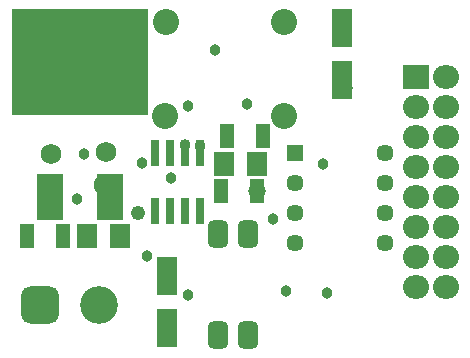
<source format=gts>
G04*
G04 #@! TF.GenerationSoftware,Altium Limited,Altium Designer,22.5.1 (42)*
G04*
G04 Layer_Color=8388736*
%FSLAX25Y25*%
%MOIN*%
G70*
G04*
G04 #@! TF.SameCoordinates,55109760-4B7D-4162-96C6-5D1F9AFAF14A*
G04*
G04*
G04 #@! TF.FilePolarity,Negative*
G04*
G01*
G75*
%ADD23R,0.08989X0.15800*%
%ADD24R,0.45800X0.35800*%
%ADD25R,0.03000X0.08600*%
%ADD26R,0.07099X0.12611*%
%ADD27R,0.07099X0.07887*%
%ADD28R,0.04973X0.07965*%
G04:AMPARAMS|DCode=29|XSize=91.86mil|YSize=69.81mil|CornerRadius=19.45mil|HoleSize=0mil|Usage=FLASHONLY|Rotation=270.000|XOffset=0mil|YOffset=0mil|HoleType=Round|Shape=RoundedRectangle|*
%AMROUNDEDRECTD29*
21,1,0.09186,0.03091,0,0,270.0*
21,1,0.05295,0.06981,0,0,270.0*
1,1,0.03891,-0.01545,-0.02648*
1,1,0.03891,-0.01545,0.02648*
1,1,0.03891,0.01545,0.02648*
1,1,0.03891,0.01545,-0.02648*
%
%ADD29ROUNDEDRECTD29*%
%ADD30R,0.05721X0.05721*%
%ADD31C,0.05721*%
G04:AMPARAMS|DCode=32|XSize=126.11mil|YSize=126.11mil|CornerRadius=33.53mil|HoleSize=0mil|Usage=FLASHONLY|Rotation=0.000|XOffset=0mil|YOffset=0mil|HoleType=Round|Shape=RoundedRectangle|*
%AMROUNDEDRECTD32*
21,1,0.12611,0.05906,0,0,0.0*
21,1,0.05906,0.12611,0,0,0.0*
1,1,0.06706,0.02953,-0.02953*
1,1,0.06706,-0.02953,-0.02953*
1,1,0.06706,-0.02953,0.02953*
1,1,0.06706,0.02953,0.02953*
%
%ADD32ROUNDEDRECTD32*%
%ADD33C,0.12611*%
%ADD34O,0.08674X0.07887*%
%ADD35R,0.08674X0.07887*%
%ADD36C,0.08674*%
%ADD37C,0.03800*%
%ADD38C,0.05800*%
%ADD39C,0.06800*%
%ADD40C,0.04800*%
D23*
X14000Y51500D02*
D03*
X34000D02*
D03*
D24*
X24000Y96500D02*
D03*
D25*
X63900Y66200D02*
D03*
X58900D02*
D03*
X53900D02*
D03*
X48900D02*
D03*
Y46800D02*
D03*
X53900D02*
D03*
X58900D02*
D03*
X63900D02*
D03*
D26*
X111500Y108000D02*
D03*
Y90677D02*
D03*
X52900Y25161D02*
D03*
Y7839D02*
D03*
D27*
X83012Y62500D02*
D03*
X71988D02*
D03*
X26488Y38500D02*
D03*
X37512D02*
D03*
D28*
X72884Y72000D02*
D03*
X84916D02*
D03*
X82916Y53500D02*
D03*
X70884D02*
D03*
X18516Y38500D02*
D03*
X6484D02*
D03*
D29*
X79900Y5610D02*
D03*
X69900D02*
D03*
Y39390D02*
D03*
X79900D02*
D03*
D30*
X95600Y66300D02*
D03*
D31*
Y56300D02*
D03*
Y46300D02*
D03*
Y36300D02*
D03*
X125600D02*
D03*
Y46300D02*
D03*
Y56300D02*
D03*
Y66300D02*
D03*
D32*
X10558Y15728D02*
D03*
D33*
X30242D02*
D03*
D34*
X135900Y31500D02*
D03*
Y41500D02*
D03*
X145900Y31500D02*
D03*
Y41500D02*
D03*
X135900Y71500D02*
D03*
Y61500D02*
D03*
X145900D02*
D03*
Y71500D02*
D03*
Y21500D02*
D03*
X135900D02*
D03*
Y51500D02*
D03*
X145900D02*
D03*
Y81500D02*
D03*
X135900D02*
D03*
X145900Y91500D02*
D03*
D35*
X135900D02*
D03*
D36*
X92000Y110000D02*
D03*
X52632Y110012D02*
D03*
X91908Y78536D02*
D03*
X52483Y78517D02*
D03*
D37*
X106384Y19600D02*
D03*
X105000Y62716D02*
D03*
X59000Y68900D02*
D03*
X64100Y68700D02*
D03*
X60100Y82000D02*
D03*
X44800Y63000D02*
D03*
X35182Y99200D02*
D03*
X38591D02*
D03*
X31773Y91000D02*
D03*
X28364D02*
D03*
X31773Y95100D02*
D03*
X28364D02*
D03*
X31773Y99200D02*
D03*
X11318Y91000D02*
D03*
X4500D02*
D03*
X18136D02*
D03*
X21545D02*
D03*
X14727D02*
D03*
X7909D02*
D03*
X24954D02*
D03*
X11318Y95100D02*
D03*
X4500D02*
D03*
X18136D02*
D03*
X21545D02*
D03*
X14727D02*
D03*
X7909D02*
D03*
X24954D02*
D03*
X14727Y99200D02*
D03*
X4500D02*
D03*
X7909D02*
D03*
X21545D02*
D03*
X24954D02*
D03*
X18136D02*
D03*
X11318D02*
D03*
X28364D02*
D03*
Y103300D02*
D03*
X14727D02*
D03*
X18136D02*
D03*
X11318D02*
D03*
X4500D02*
D03*
X7909D02*
D03*
X21545D02*
D03*
X35182D02*
D03*
X38591D02*
D03*
X31773D02*
D03*
X24954D02*
D03*
X42000D02*
D03*
X28364Y107400D02*
D03*
X14727D02*
D03*
X18136D02*
D03*
X11318D02*
D03*
X4500D02*
D03*
X7909D02*
D03*
X21545D02*
D03*
X35182D02*
D03*
X38591D02*
D03*
X31773D02*
D03*
X24954D02*
D03*
X42000D02*
D03*
Y111500D02*
D03*
X24954D02*
D03*
X31773D02*
D03*
X38591D02*
D03*
X35182D02*
D03*
X21545D02*
D03*
X7909D02*
D03*
X4500D02*
D03*
X11318D02*
D03*
X18136D02*
D03*
X14727D02*
D03*
X28364D02*
D03*
X23000Y51000D02*
D03*
X88500Y44231D02*
D03*
X68500Y5500D02*
D03*
X53050Y22307D02*
D03*
X73500Y70500D02*
D03*
X53050Y6000D02*
D03*
X25500Y66000D02*
D03*
X92800Y20100D02*
D03*
X46500Y32000D02*
D03*
X59900Y19000D02*
D03*
X79582Y82751D02*
D03*
X54400Y58000D02*
D03*
X68900Y100500D02*
D03*
D38*
X112000Y88000D02*
D03*
X111400Y109000D02*
D03*
X82916Y53500D02*
D03*
D39*
X32000Y55500D02*
D03*
X14500Y66000D02*
D03*
X32600Y66500D02*
D03*
D40*
X43500Y46214D02*
D03*
M02*

</source>
